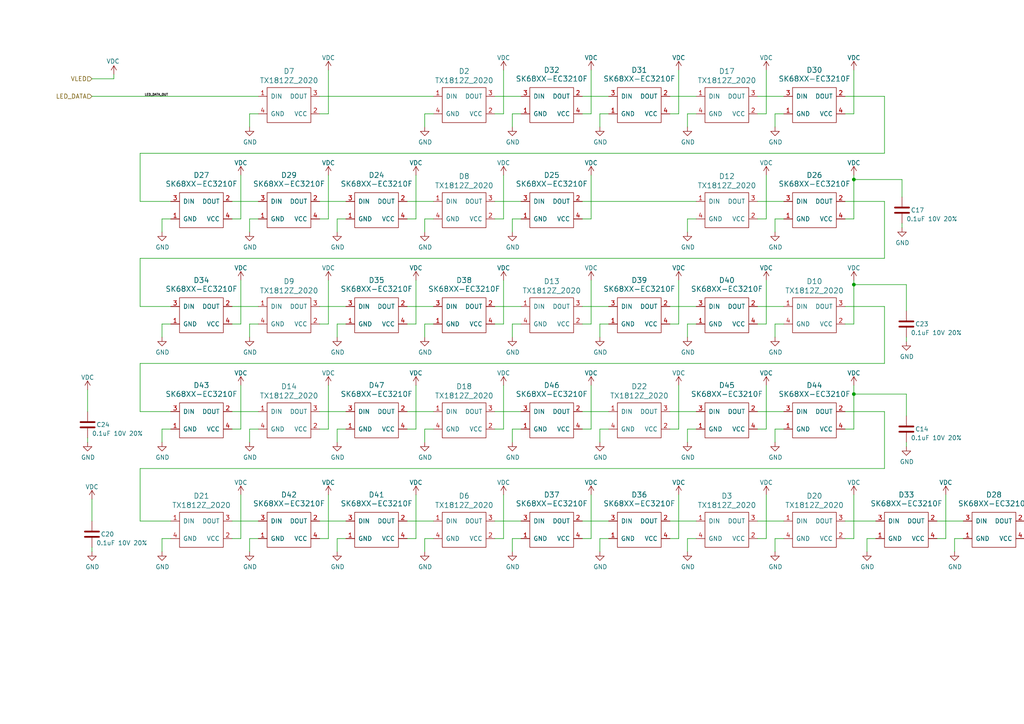
<source format=kicad_sch>
(kicad_sch (version 20231120) (generator "eeschema") (generator_version "8.0")
  (paper "A4")
  (title_block (title "Pixels D6 Schematic, Main") (date "2022-08-26") (rev "3") (company "Systemic Games, LLC") (comment 1 "LED Chain"))
  (lib_symbols
    (symbol "Device:C" (pin_numbers hide) (pin_names (offset 0.254))
      (property "Reference" "C" (at 0.635 2.54 0))
      (property "Value" "C" (at 0.635 -2.54 0))
      (symbol "C_0_1"
        (polyline (pts (xy -2.032 -0.762) (xy 2.032 -0.762)) (stroke (width 0.508)))
        (polyline (pts (xy -2.032 0.762) (xy 2.032 0.762)) (stroke (width 0.508)))
      )
      (symbol "C_1_1"
        (pin passive line (at 0 3.81 270) (length 2.794) (name "~") (number "1"))
        (pin passive line (at 0 -3.81 90) (length 2.794) (name "~") (number "2"))
      )
    )
    (symbol "Pixels-dice:SK68XX-EC3210F" (pin_names (offset 1.016))
      (property "Reference" "D" (at 0 -6.35 0))
      (property "Value" "SK68XX-EC3210F" (at 0 6.35 0))
      (symbol "SK68XX-EC3210F_0_1"
        (rectangle (start -6.35 5.08) (end 6.35 -5.08))
      )
      (symbol "SK68XX-EC3210F_1_1"
        (pin power_in line (at -8.89 -2.54 0) (length 2.54) (name "GND") (number "1"))
        (pin output line (at 8.89 2.54 180) (length 2.54) (name "DOUT") (number "2"))
        (pin input line (at -8.89 2.54 0) (length 2.54) (name "DIN") (number "3"))
        (pin power_in line (at 8.89 -2.54 180) (length 2.54) (name "VCC") (number "4"))
      )
    )
    (symbol "Pixels-dice:TX1812Z_2020" (pin_names (offset 1.016))
      (property "Reference" "D" (at 0 -6.35 0))
      (property "Value" "TX1812Z_2020" (at 0 6.35 0))
      (symbol "TX1812Z_2020_0_1"
        (rectangle (start -6.35 5.08) (end 6.35 -5.08))
      )
      (symbol "TX1812Z_2020_1_1"
        (pin input line (at -8.89 2.54 0) (length 2.54) (name "DIN") (number "1"))
        (pin power_in line (at 8.89 -2.54 180) (length 2.54) (name "VCC") (number "2"))
        (pin output line (at 8.89 2.54 180) (length 2.54) (name "DOUT") (number "3"))
        (pin power_in line (at -8.89 -2.54 0) (length 2.54) (name "GND") (number "4"))
      )
    )
    (symbol "power:GND" (power) (pin_names (offset 0))
      (property "Value" "GND" (at 0 -3.81 0))
      (symbol "GND_0_1"
        (polyline (pts (xy 0 0) (xy 0 -1.27) (xy 1.27 -1.27) (xy 0 -2.54) (xy -1.27 -1.27) (xy 0 -1.27)))
      )
      (symbol "GND_1_1"
        (pin power_in line (at 0 0 270) (length 0) hide (name "GND") (number "1"))
      )
    )
    (symbol "power:VDC" (power) (pin_names (offset 0))
      (property "Value" "VDC" (at 0 6.35 0))
      (symbol "VDC_0_1"
        (polyline (pts (xy -0.762 1.27) (xy 0 2.54)))
        (polyline (pts (xy 0 0) (xy 0 2.54)))
        (polyline (pts (xy 0 2.54) (xy 0.762 1.27)))
      )
      (symbol "VDC_1_1"
        (pin power_in line (at 0 0 90) (length 0) hide (name "VDC") (number "1"))
      )
    )
  )
  (junction (at 247.65 114.3))
  (junction (at 247.65 52.07))
  (junction (at 247.65 82.55))
  (wire (pts (xy 168.91 124.46) (xy 171.45 124.46)))
  (wire (pts (xy 40.64 74.93) (xy 40.64 88.9)))
  (wire (pts (xy 168.91 63.5) (xy 171.45 63.5)))
  (wire (pts (xy 227.33 33.02) (xy 224.79 33.02)))
  (wire (pts (xy 256.54 105.41) (xy 40.64 105.41)))
  (wire (pts (xy 67.31 63.5) (xy 69.85 63.5)))
  (wire (pts (xy 171.45 93.98) (xy 171.45 81.28)))
  (wire (pts (xy 123.19 156.21) (xy 123.19 160.02)))
  (wire (pts (xy 247.65 52.07) (xy 247.65 50.8)))
  (wire (pts (xy 201.93 33.02) (xy 199.39 33.02)))
  (wire (pts (xy 40.64 119.38) (xy 49.53 119.38)))
  (wire (pts (xy 256.54 88.9) (xy 256.54 105.41)))
  (wire (pts (xy 125.73 63.5) (xy 123.19 63.5)))
  (wire (pts (xy 173.99 33.02) (xy 173.99 36.83)))
  (wire (pts (xy 227.33 93.98) (xy 224.79 93.98)))
  (wire (pts (xy 49.53 156.21) (xy 46.99 156.21)))
  (wire (pts (xy 67.31 119.38) (xy 74.93 119.38)))
  (wire (pts (xy 299.72 156.21) (xy 299.72 143.51)))
  (wire (pts (xy 227.33 124.46) (xy 224.79 124.46)))
  (wire (pts (xy 72.39 63.5) (xy 72.39 67.31)))
  (wire (pts (xy 92.71 63.5) (xy 95.25 63.5)))
  (wire (pts (xy 245.11 93.98) (xy 247.65 93.98)))
  (wire (pts (xy 118.11 119.38) (xy 125.73 119.38)))
  (wire (pts (xy 247.65 63.5) (xy 247.65 52.07)))
  (wire (pts (xy 199.39 124.46) (xy 199.39 128.27)))
  (wire (pts (xy 74.93 63.5) (xy 72.39 63.5)))
  (wire (pts (xy 69.85 124.46) (xy 69.85 111.76)))
  (wire (pts (xy 118.11 58.42) (xy 125.73 58.42)))
  (wire (pts (xy 247.65 82.55) (xy 247.65 81.28)))
  (wire (pts (xy 254 156.21) (xy 251.46 156.21)))
  (wire (pts (xy 92.71 151.13) (xy 100.33 151.13)))
  (wire (pts (xy 118.11 63.5) (xy 120.65 63.5)))
  (wire (pts (xy 219.71 119.38) (xy 227.33 119.38)))
  (wire (pts (xy 143.51 58.42) (xy 151.13 58.42)))
  (wire (pts (xy 171.45 33.02) (xy 171.45 20.32)))
  (wire (pts (xy 118.11 124.46) (xy 120.65 124.46)))
  (wire (pts (xy 219.71 93.98) (xy 222.25 93.98)))
  (wire (pts (xy 297.18 156.21) (xy 299.72 156.21)))
  (wire (pts (xy 262.89 97.79) (xy 262.89 99.06)))
  (wire (pts (xy 224.79 156.21) (xy 224.79 160.02)))
  (wire (pts (xy 194.31 33.02) (xy 196.85 33.02)))
  (wire (pts (xy 120.65 124.46) (xy 120.65 111.76)))
  (wire (pts (xy 74.93 124.46) (xy 72.39 124.46)))
  (wire (pts (xy 196.85 33.02) (xy 196.85 20.32)))
  (wire (pts (xy 219.71 33.02) (xy 222.25 33.02)))
  (wire (pts (xy 219.71 156.21) (xy 222.25 156.21)))
  (wire (pts (xy 74.93 156.21) (xy 72.39 156.21)))
  (wire (pts (xy 146.05 63.5) (xy 146.05 50.8)))
  (wire (pts (xy 222.25 124.46) (xy 222.25 111.76)))
  (wire (pts (xy 199.39 93.98) (xy 199.39 97.79)))
  (wire (pts (xy 148.59 63.5) (xy 148.59 67.31)))
  (wire (pts (xy 40.64 44.45) (xy 40.64 58.42)))
  (wire (pts (xy 125.73 124.46) (xy 123.19 124.46)))
  (wire (pts (xy 224.79 63.5) (xy 224.79 67.31)))
  (wire (pts (xy 276.86 156.21) (xy 276.86 160.02)))
  (wire (pts (xy 261.62 57.15) (xy 261.62 52.07)))
  (wire (pts (xy 40.64 105.41) (xy 40.64 119.38)))
  (wire (pts (xy 148.59 33.02) (xy 148.59 36.83)))
  (wire (pts (xy 176.53 93.98) (xy 173.99 93.98)))
  (wire (pts (xy 143.51 27.94) (xy 151.13 27.94)))
  (wire (pts (xy 146.05 93.98) (xy 146.05 81.28)))
  (wire (pts (xy 92.71 33.02) (xy 95.25 33.02)))
  (wire (pts (xy 171.45 156.21) (xy 171.45 143.51)))
  (wire (pts (xy 196.85 93.98) (xy 196.85 81.28)))
  (wire (pts (xy 222.25 33.02) (xy 222.25 20.32)))
  (wire (pts (xy 97.79 156.21) (xy 97.79 160.02)))
  (wire (pts (xy 72.39 124.46) (xy 72.39 128.27)))
  (wire (pts (xy 143.51 93.98) (xy 146.05 93.98)))
  (wire (pts (xy 176.53 33.02) (xy 173.99 33.02)))
  (wire (pts (xy 151.13 93.98) (xy 148.59 93.98)))
  (wire (pts (xy 194.31 151.13) (xy 201.93 151.13)))
  (wire (pts (xy 67.31 88.9) (xy 74.93 88.9)))
  (wire (pts (xy 245.11 88.9) (xy 256.54 88.9)))
  (wire (pts (xy 26.67 158.75) (xy 26.67 160.02)))
  (wire (pts (xy 194.31 119.38) (xy 201.93 119.38)))
  (wire (pts (xy 194.31 124.46) (xy 196.85 124.46)))
  (wire (pts (xy 194.31 88.9) (xy 201.93 88.9)))
  (wire (pts (xy 256.54 58.42) (xy 256.54 74.93)))
  (wire (pts (xy 171.45 124.46) (xy 171.45 111.76)))
  (wire (pts (xy 49.53 124.46) (xy 46.99 124.46)))
  (wire (pts (xy 168.91 58.42) (xy 201.93 58.42)))
  (wire (pts (xy 74.93 33.02) (xy 72.39 33.02)))
  (wire (pts (xy 245.11 119.38) (xy 256.54 119.38)))
  (wire (pts (xy 40.64 135.89) (xy 40.64 151.13)))
  (wire (pts (xy 222.25 63.5) (xy 222.25 50.8)))
  (wire (pts (xy 227.33 156.21) (xy 224.79 156.21)))
  (wire (pts (xy 67.31 93.98) (xy 69.85 93.98)))
  (wire (pts (xy 100.33 124.46) (xy 97.79 124.46)))
  (wire (pts (xy 143.51 151.13) (xy 151.13 151.13)))
  (wire (pts (xy 146.05 156.21) (xy 146.05 143.51)))
  (wire (pts (xy 271.78 156.21) (xy 274.32 156.21)))
  (wire (pts (xy 199.39 63.5) (xy 199.39 67.31)))
  (wire (pts (xy 201.93 156.21) (xy 199.39 156.21)))
  (wire (pts (xy 245.11 27.94) (xy 256.54 27.94)))
  (wire (pts (xy 168.91 88.9) (xy 176.53 88.9)))
  (wire (pts (xy 256.54 27.94) (xy 256.54 44.45)))
  (wire (pts (xy 199.39 156.21) (xy 199.39 160.02)))
  (wire (pts (xy 151.13 33.02) (xy 148.59 33.02)))
  (wire (pts (xy 92.71 27.94) (xy 125.73 27.94)))
  (wire (pts (xy 247.65 114.3) (xy 262.89 114.3)))
  (wire (pts (xy 125.73 33.02) (xy 123.19 33.02)))
  (wire (pts (xy 201.93 93.98) (xy 199.39 93.98)))
  (wire (pts (xy 40.64 151.13) (xy 49.53 151.13)))
  (wire (pts (xy 46.99 124.46) (xy 46.99 128.27)))
  (wire (pts (xy 33.02 22.86) (xy 33.02 21.59)))
  (wire (pts (xy 100.33 63.5) (xy 97.79 63.5)))
  (wire (pts (xy 26.67 151.13) (xy 26.67 144.78)))
  (wire (pts (xy 40.64 88.9) (xy 49.53 88.9)))
  (wire (pts (xy 173.99 93.98) (xy 173.99 97.79)))
  (wire (pts (xy 97.79 93.98) (xy 97.79 97.79)))
  (wire (pts (xy 123.19 33.02) (xy 123.19 36.83)))
  (wire (pts (xy 100.33 93.98) (xy 97.79 93.98)))
  (wire (pts (xy 148.59 124.46) (xy 148.59 128.27)))
  (wire (pts (xy 118.11 151.13) (xy 125.73 151.13)))
  (wire (pts (xy 148.59 156.21) (xy 148.59 160.02)))
  (wire (pts (xy 297.18 151.13) (xy 303.53 151.13)))
  (wire (pts (xy 196.85 156.21) (xy 196.85 143.51)))
  (wire (pts (xy 251.46 156.21) (xy 251.46 160.02)))
  (wire (pts (xy 97.79 63.5) (xy 97.79 67.31)))
  (wire (pts (xy 247.65 124.46) (xy 247.65 114.3)))
  (wire (pts (xy 92.71 93.98) (xy 95.25 93.98)))
  (wire (pts (xy 256.54 44.45) (xy 40.64 44.45)))
  (wire (pts (xy 46.99 63.5) (xy 46.99 67.31)))
  (wire (pts (xy 95.25 33.02) (xy 95.25 20.32)))
  (wire (pts (xy 247.65 114.3) (xy 247.65 111.76)))
  (wire (pts (xy 247.65 93.98) (xy 247.65 82.55)))
  (wire (pts (xy 222.25 156.21) (xy 222.25 143.51)))
  (wire (pts (xy 219.71 58.42) (xy 227.33 58.42)))
  (wire (pts (xy 26.67 27.94) (xy 74.93 27.94)))
  (wire (pts (xy 118.11 93.98) (xy 120.65 93.98)))
  (wire (pts (xy 74.93 93.98) (xy 72.39 93.98)))
  (wire (pts (xy 92.71 88.9) (xy 100.33 88.9)))
  (wire (pts (xy 256.54 135.89) (xy 40.64 135.89)))
  (wire (pts (xy 49.53 63.5) (xy 46.99 63.5)))
  (wire (pts (xy 247.65 33.02) (xy 247.65 20.32)))
  (wire (pts (xy 222.25 93.98) (xy 222.25 81.28)))
  (wire (pts (xy 69.85 93.98) (xy 69.85 81.28)))
  (wire (pts (xy 261.62 64.77) (xy 261.62 66.04)))
  (wire (pts (xy 196.85 124.46) (xy 196.85 111.76)))
  (wire (pts (xy 199.39 33.02) (xy 199.39 36.83)))
  (wire (pts (xy 173.99 124.46) (xy 173.99 128.27)))
  (wire (pts (xy 40.64 58.42) (xy 49.53 58.42)))
  (wire (pts (xy 151.13 156.21) (xy 148.59 156.21)))
  (wire (pts (xy 123.19 124.46) (xy 123.19 128.27)))
  (wire (pts (xy 219.71 151.13) (xy 227.33 151.13)))
  (wire (pts (xy 143.51 88.9) (xy 151.13 88.9)))
  (wire (pts (xy 92.71 124.46) (xy 95.25 124.46)))
  (wire (pts (xy 168.91 119.38) (xy 176.53 119.38)))
  (wire (pts (xy 123.19 93.98) (xy 123.19 97.79)))
  (wire (pts (xy 72.39 93.98) (xy 72.39 97.79)))
  (wire (pts (xy 125.73 156.21) (xy 123.19 156.21)))
  (wire (pts (xy 69.85 156.21) (xy 69.85 143.51)))
  (wire (pts (xy 262.89 90.17) (xy 262.89 82.55)))
  (wire (pts (xy 92.71 156.21) (xy 95.25 156.21)))
  (wire (pts (xy 219.71 63.5) (xy 222.25 63.5)))
  (wire (pts (xy 279.4 156.21) (xy 276.86 156.21)))
  (wire (pts (xy 46.99 93.98) (xy 46.99 97.79)))
  (wire (pts (xy 171.45 63.5) (xy 171.45 50.8)))
  (wire (pts (xy 168.91 33.02) (xy 171.45 33.02)))
  (wire (pts (xy 120.65 156.21) (xy 120.65 143.51)))
  (wire (pts (xy 143.51 33.02) (xy 146.05 33.02)))
  (wire (pts (xy 95.25 93.98) (xy 95.25 81.28)))
  (wire (pts (xy 151.13 63.5) (xy 148.59 63.5)))
  (wire (pts (xy 120.65 93.98) (xy 120.65 81.28)))
  (wire (pts (xy 201.93 124.46) (xy 199.39 124.46)))
  (wire (pts (xy 49.53 93.98) (xy 46.99 93.98)))
  (wire (pts (xy 143.51 119.38) (xy 151.13 119.38)))
  (wire (pts (xy 148.59 93.98) (xy 148.59 97.79)))
  (wire (pts (xy 67.31 156.21) (xy 69.85 156.21)))
  (wire (pts (xy 176.53 156.21) (xy 173.99 156.21)))
  (wire (pts (xy 168.91 27.94) (xy 176.53 27.94)))
  (wire (pts (xy 72.39 156.21) (xy 72.39 160.02)))
  (wire (pts (xy 168.91 93.98) (xy 171.45 93.98)))
  (wire (pts (xy 274.32 156.21) (xy 274.32 143.51)))
  (wire (pts (xy 92.71 119.38) (xy 100.33 119.38)))
  (wire (pts (xy 224.79 124.46) (xy 224.79 128.27)))
  (wire (pts (xy 67.31 58.42) (xy 74.93 58.42)))
  (wire (pts (xy 151.13 124.46) (xy 148.59 124.46)))
  (wire (pts (xy 245.11 58.42) (xy 256.54 58.42)))
  (wire (pts (xy 46.99 156.21) (xy 46.99 160.02)))
  (wire (pts (xy 92.71 58.42) (xy 100.33 58.42)))
  (wire (pts (xy 176.53 124.46) (xy 173.99 124.46)))
  (wire (pts (xy 247.65 52.07) (xy 261.62 52.07)))
  (wire (pts (xy 95.25 156.21) (xy 95.25 143.51)))
  (wire (pts (xy 194.31 27.94) (xy 201.93 27.94)))
  (wire (pts (xy 256.54 119.38) (xy 256.54 135.89)))
  (wire (pts (xy 72.39 33.02) (xy 72.39 36.83)))
  (wire (pts (xy 219.71 27.94) (xy 227.33 27.94)))
  (wire (pts (xy 125.73 93.98) (xy 123.19 93.98)))
  (wire (pts (xy 245.11 151.13) (xy 254 151.13)))
  (wire (pts (xy 25.4 119.38) (xy 25.4 113.03)))
  (wire (pts (xy 146.05 33.02) (xy 146.05 20.32)))
  (wire (pts (xy 262.89 120.65) (xy 262.89 114.3)))
  (wire (pts (xy 262.89 82.55) (xy 247.65 82.55)))
  (wire (pts (xy 143.51 156.21) (xy 146.05 156.21)))
  (wire (pts (xy 168.91 156.21) (xy 171.45 156.21)))
  (wire (pts (xy 262.89 128.27) (xy 262.89 129.54)))
  (wire (pts (xy 173.99 156.21) (xy 173.99 160.02)))
  (wire (pts (xy 227.33 63.5) (xy 224.79 63.5)))
  (wire (pts (xy 245.11 63.5) (xy 247.65 63.5)))
  (wire (pts (xy 143.51 124.46) (xy 146.05 124.46)))
  (wire (pts (xy 26.67 22.86) (xy 33.02 22.86)))
  (wire (pts (xy 95.25 63.5) (xy 95.25 50.8)))
  (wire (pts (xy 97.79 124.46) (xy 97.79 128.27)))
  (wire (pts (xy 256.54 74.93) (xy 40.64 74.93)))
  (wire (pts (xy 245.11 124.46) (xy 247.65 124.46)))
  (wire (pts (xy 146.05 124.46) (xy 146.05 111.76)))
  (wire (pts (xy 271.78 151.13) (xy 279.4 151.13)))
  (wire (pts (xy 219.71 88.9) (xy 227.33 88.9)))
  (wire (pts (xy 123.19 63.5) (xy 123.19 67.31)))
  (wire (pts (xy 224.79 93.98) (xy 224.79 97.79)))
  (wire (pts (xy 95.25 124.46) (xy 95.25 111.76)))
  (wire (pts (xy 25.4 127) (xy 25.4 128.27)))
  (wire (pts (xy 67.31 151.13) (xy 74.93 151.13)))
  (wire (pts (xy 245.11 33.02) (xy 247.65 33.02)))
  (wire (pts (xy 219.71 124.46) (xy 222.25 124.46)))
  (wire (pts (xy 194.31 93.98) (xy 196.85 93.98)))
  (wire (pts (xy 67.31 124.46) (xy 69.85 124.46)))
  (wire (pts (xy 194.31 156.21) (xy 196.85 156.21)))
  (wire (pts (xy 168.91 151.13) (xy 176.53 151.13)))
  (wire (pts (xy 224.79 33.02) (xy 224.79 36.83)))
  (wire (pts (xy 245.11 156.21) (xy 247.65 156.21)))
  (wire (pts (xy 118.11 156.21) (xy 120.65 156.21)))
  (wire (pts (xy 143.51 63.5) (xy 146.05 63.5)))
  (wire (pts (xy 201.93 63.5) (xy 199.39 63.5)))
  (wire (pts (xy 247.65 156.21) (xy 247.65 143.51)))
  (wire (pts (xy 118.11 88.9) (xy 125.73 88.9)))
  (wire (pts (xy 100.33 156.21) (xy 97.79 156.21)))
  (wire (pts (xy 69.85 63.5) (xy 69.85 50.8)))
  (wire (pts (xy 120.65 63.5) (xy 120.65 50.8)))
  (label "LED_DATA_OUT" (at 41.91 27.94 0) (effects (font (size 0.635 0.635))))
  (hierarchical_label "LED_RETURN_6" (shape output) (at 303.53 151.13 0))
  (hierarchical_label "LED_DATA" (shape input) (at 26.67 27.94 180))
  (hierarchical_label "VLED" (shape input) (at 26.67 22.86 180))
  (symbol (lib_id "power:VDC") (at 33.02 21.59 0) (unit 1)
    (property "Reference" "#PWR0102" (effects (hide yes)))
    (property "Value" "VDC" (at 32.766 17.78 0))
  )
  (symbol (lib_id "power:VDC") (at 274.32 143.51 0) (unit 1)
    (property "Reference" "#PWR0103" (effects (hide yes)))
    (property "Value" "VDC" (at 274.32 139.954 0))
  )
  (symbol (lib_id "power:GND") (at 72.39 36.83 0) (unit 1)
    (property "Reference" "#PWR0106" (effects (hide yes)))
    (property "Value" "GND" (at 72.517 41.2242 0))
  )
  (symbol (lib_id "Device:C") (at 262.89 93.98 0) (unit 1)
    (property "Reference" "C23" (at 265.43 93.98 0) (effects (justify left)))
    (property "Value" "0.1uF 10V 20%" (at 264.16 96.52 0) (effects (justify left)))
    (property "Footprint" "Capacitor_SMD:C_0402_1005Metric" (effects (hide yes)))
    (property "Generic OK" "YES" (effects (hide yes)))
    (property "Pixels Part Number" "SMD-C005" (effects (hide yes)))
    (property "Manufacturer" "Murata" (effects (hide yes)))
    (property "Manufacturer Part Number" "GRM155R61H104KE19D" (effects (hide yes)))
  )
  (symbol (lib_id "power:GND") (at 262.89 99.06 0) (unit 1)
    (property "Reference" "#PWR0140" (effects (hide yes)))
    (property "Value" "GND" (at 263.017 103.4542 0))
  )
  (symbol (lib_id "Pixels-dice:TX1812Z_2020") (at 134.62 30.48 0) (unit 1)
    (property "Reference" "D2" (at 134.62 20.6502 0) (effects (font (size 1.524 1.524))))
    (property "Value" "TX1812Z_2020" (at 134.62 23.3426 0) (effects (font (size 1.524 1.524))))
    (property "Footprint" "Pixels-dice:TX1812Z_2020" (effects (hide yes)))
    (property "Manufacturer" "TCWIN" (effects (hide yes)))
    (property "Manufacturer Part Number" "TX1812Z 2020" (effects (hide yes)))
    (property "Pixels Part Number" "SMD-D002-ALT2" (effects (hide yes)))
    (property "Generic OK" "NO" (effects (hide yes)))
  )
  (symbol (lib_id "Pixels-dice:TX1812Z_2020") (at 210.82 153.67 0) (unit 1)
    (property "Reference" "D3" (at 210.82 143.8402 0) (effects (font (size 1.524 1.524))))
    (property "Value" "TX1812Z_2020" (at 210.82 146.5326 0) (effects (font (size 1.524 1.524))))
    (property "Footprint" "Pixels-dice:TX1812Z_2020" (effects (hide yes)))
    (property "Manufacturer" "TCWIN" (effects (hide yes)))
    (property "Manufacturer Part Number" "TX1812Z 2020" (effects (hide yes)))
    (property "Pixels Part Number" "SMD-D002-ALT2" (effects (hide yes)))
    (property "Generic OK" "NO" (effects (hide yes)))
  )
  (symbol (lib_id "Pixels-dice:TX1812Z_2020") (at 134.62 153.67 0) (unit 1)
    (property "Reference" "D6" (at 134.62 143.8402 0) (effects (font (size 1.524 1.524))))
    (property "Value" "TX1812Z_2020" (at 134.62 146.5326 0) (effects (font (size 1.524 1.524))))
    (property "Footprint" "Pixels-dice:TX1812Z_2020" (effects (hide yes)))
    (property "Manufacturer" "TCWIN" (effects (hide yes)))
    (property "Manufacturer Part Number" "TX1812Z 2020" (effects (hide yes)))
    (property "Pixels Part Number" "SMD-D002-ALT2" (effects (hide yes)))
    (property "Generic OK" "NO" (effects (hide yes)))
  )
  (symbol (lib_id "Pixels-dice:TX1812Z_2020") (at 83.82 30.48 0) (unit 1)
    (property "Reference" "D7" (at 83.82 20.6502 0) (effects (font (size 1.524 1.524))))
    (property "Value" "TX1812Z_2020" (at 83.82 23.3426 0) (effects (font (size 1.524 1.524))))
    (property "Footprint" "Pixels-dice:TX1812Z_2020" (effects (hide yes)))
    (property "Manufacturer" "TCWIN" (effects (hide yes)))
    (property "Manufacturer Part Number" "TX1812Z 2020" (effects (hide yes)))
    (property "Pixels Part Number" "SMD-D002-ALT2" (effects (hide yes)))
    (property "Generic OK" "NO" (effects (hide yes)))
  )
  (symbol (lib_id "Pixels-dice:SK68XX-EC3210F") (at 58.42 121.92 0) (unit 1)
    (property "Reference" "D43" (at 58.42 111.76 0) (effects (font (size 1.524 1.524))))
    (property "Value" "SK68XX-EC3210F" (at 58.42 114.3 0) (effects (font (size 1.524 1.524))))
    (property "Footprint" "Pixels-dice:SK68XX-EC3210F" (effects (hide yes)))
    (property "Manufacturer" "OPSCO" (effects (hide yes)))
    (property "Manufacturer Part Number" "SK68XX-EC3210F" (effects (hide yes)))
  )
  (symbol (lib_id "power:VDC") (at 222.25 20.32 0) (unit 1)
    (property "Reference" "#PWR044" (effects (hide yes)))
    (property "Value" "VDC" (at 222.25 16.764 0))
  )
  (symbol (lib_id "power:VDC") (at 222.25 81.28 0) (unit 1)
    (property "Reference" "#PWR083" (effects (hide yes)))
    (property "Value" "VDC" (at 222.25 77.724 0))
  )
  (symbol (lib_id "power:GND") (at 224.79 36.83 0) (unit 1)
    (property "Reference" "#PWR049" (effects (hide yes)))
    (property "Value" "GND" (at 224.917 41.2242 0))
  )
  (symbol (lib_id "power:VDC") (at 26.67 144.78 0) (unit 1)
    (property "Reference" "#PWR0114" (effects (hide yes)))
    (property "Value" "VDC" (at 26.67 141.224 0))
  )
  (symbol (lib_id "Pixels-dice:SK68XX-EC3210F") (at 160.02 121.92 0) (unit 1)
    (property "Reference" "D46" (at 160.02 111.76 0) (effects (font (size 1.524 1.524))))
    (property "Value" "SK68XX-EC3210F" (at 160.02 114.3 0) (effects (font (size 1.524 1.524))))
    (property "Footprint" "Pixels-dice:SK68XX-EC3210F" (effects (hide yes)))
    (property "Manufacturer" "OPSCO" (effects (hide yes)))
    (property "Manufacturer Part Number" "SK68XX-EC3210F" (effects (hide yes)))
  )
  (symbol (lib_id "Pixels-dice:SK68XX-EC3210F") (at 236.22 121.92 0) (unit 1)
    (property "Reference" "D44" (at 236.22 111.76 0) (effects (font (size 1.524 1.524))))
    (property "Value" "SK68XX-EC3210F" (at 236.22 114.3 0) (effects (font (size 1.524 1.524))))
    (property "Footprint" "Pixels-dice:SK68XX-EC3210F" (effects (hide yes)))
    (property "Manufacturer" "OPSCO" (effects (hide yes)))
    (property "Manufacturer Part Number" "SK68XX-EC3210F" (effects (hide yes)))
  )
  (symbol (lib_id "power:VDC") (at 146.05 50.8 0) (unit 1)
    (property "Reference" "#PWR063" (effects (hide yes)))
    (property "Value" "VDC" (at 146.05 47.244 0))
  )
  (symbol (lib_id "Pixels-dice:TX1812Z_2020") (at 134.62 60.96 0) (unit 1)
    (property "Reference" "D8" (at 134.62 51.1302 0) (effects (font (size 1.524 1.524))))
    (property "Value" "TX1812Z_2020" (at 134.62 53.8226 0) (effects (font (size 1.524 1.524))))
    (property "Footprint" "Pixels-dice:TX1812Z_2020" (effects (hide yes)))
    (property "Manufacturer" "TCWIN" (effects (hide yes)))
    (property "Manufacturer Part Number" "TX1812Z 2020" (effects (hide yes)))
    (property "Pixels Part Number" "SMD-D002-ALT2" (effects (hide yes)))
    (property "Generic OK" "NO" (effects (hide yes)))
  )
  (symbol (lib_id "Pixels-dice:TX1812Z_2020") (at 58.42 153.67 0) (unit 1)
    (property "Reference" "D21" (at 58.42 143.8402 0) (effects (font (size 1.524 1.524))))
    (property "Value" "TX1812Z_2020" (at 58.42 146.5326 0) (effects (font (size 1.524 1.524))))
    (property "Footprint" "Pixels-dice:TX1812Z_2020" (effects (hide yes)))
    (property "Manufacturer" "TCWIN" (effects (hide yes)))
    (property "Manufacturer Part Number" "TX1812Z 2020" (effects (hide yes)))
    (property "Pixels Part Number" "SMD-D002-ALT2" (effects (hide yes)))
    (property "Generic OK" "NO" (effects (hide yes)))
  )
  (symbol (lib_id "power:VDC") (at 171.45 81.28 0) (unit 1)
    (property "Reference" "#PWR079" (effects (hide yes)))
    (property "Value" "VDC" (at 171.45 77.724 0))
  )
  (symbol (lib_id "power:VDC") (at 95.25 50.8 0) (unit 1)
    (property "Reference" "#PWR019" (effects (hide yes)))
    (property "Value" "VDC" (at 95.25 47.244 0))
  )
  (symbol (lib_id "power:GND") (at 148.59 97.79 0) (unit 1)
    (property "Reference" "#PWR078" (effects (hide yes)))
    (property "Value" "GND" (at 148.717 102.1842 0))
  )
  (symbol (lib_id "Device:C") (at 26.67 154.94 0) (unit 1)
    (property "Reference" "C20" (at 29.21 154.94 0) (effects (justify left)))
    (property "Value" "0.1uF 10V 20%" (at 27.94 157.48 0) (effects (justify left)))
    (property "Footprint" "Capacitor_SMD:C_0402_1005Metric" (effects (hide yes)))
    (property "Generic OK" "YES" (effects (hide yes)))
    (property "Pixels Part Number" "SMD-C005" (effects (hide yes)))
    (property "Manufacturer" "Murata" (effects (hide yes)))
    (property "Manufacturer Part Number" "GRM155R61H104KE19D" (effects (hide yes)))
  )
  (symbol (lib_id "power:GND") (at 46.99 128.27 0) (unit 1)
    (property "Reference" "#PWR0136" (effects (hide yes)))
    (property "Value" "GND" (at 47.117 132.6642 0))
  )
  (symbol (lib_id "power:VDC") (at 95.25 111.76 0) (unit 1)
    (property "Reference" "#PWR087" (effects (hide yes)))
    (property "Value" "VDC" (at 95.25 108.204 0))
  )
  (symbol (lib_id "power:GND") (at 224.79 128.27 0) (unit 1)
    (property "Reference" "#PWR098" (effects (hide yes)))
    (property "Value" "GND" (at 224.917 132.6642 0))
  )
  (symbol (lib_id "power:GND") (at 199.39 160.02 0) (unit 1)
    (property "Reference" "#PWR0132" (effects (hide yes)))
    (property "Value" "GND" (at 199.517 164.4142 0))
  )
  (symbol (lib_id "power:VDC") (at 120.65 81.28 0) (unit 1)
    (property "Reference" "#PWR075" (effects (hide yes)))
    (property "Value" "VDC" (at 120.65 77.724 0))
  )
  (symbol (lib_id "power:VDC") (at 95.25 81.28 0) (unit 1)
    (property "Reference" "#PWR073" (effects (hide yes)))
    (property "Value" "VDC" (at 95.25 77.724 0))
  )
  (symbol (lib_id "power:GND") (at 148.59 160.02 0) (unit 1)
    (property "Reference" "#PWR0128" (effects (hide yes)))
    (property "Value" "GND" (at 148.717 164.4142 0))
  )
  (symbol (lib_id "Pixels-dice:TX1812Z_2020") (at 236.22 91.44 0) (unit 1)
    (property "Reference" "D10" (at 236.22 81.6102 0) (effects (font (size 1.524 1.524))))
    (property "Value" "TX1812Z_2020" (at 236.22 84.3026 0) (effects (font (size 1.524 1.524))))
    (property "Footprint" "Pixels-dice:TX1812Z_2020" (effects (hide yes)))
    (property "Manufacturer" "TCWIN" (effects (hide yes)))
    (property "Manufacturer Part Number" "TX1812Z 2020" (effects (hide yes)))
    (property "Pixels Part Number" "SMD-D002-ALT2" (effects (hide yes)))
    (property "Generic OK" "NO" (effects (hide yes)))
  )
  (symbol (lib_id "power:VDC") (at 247.65 81.28 0) (unit 1)
    (property "Reference" "#PWR0144" (effects (hide yes)))
    (property "Value" "VDC" (at 247.65 77.724 0))
  )
  (symbol (lib_id "power:GND") (at 97.79 97.79 0) (unit 1)
    (property "Reference" "#PWR074" (effects (hide yes)))
    (property "Value" "GND" (at 97.917 102.1842 0))
  )
  (symbol (lib_id "power:VDC") (at 69.85 143.51 0) (unit 1)
    (property "Reference" "#PWR099" (effects (hide yes)))
    (property "Value" "VDC" (at 69.85 139.954 0))
  )
  (symbol (lib_id "power:VDC") (at 95.25 20.32 0) (unit 1)
    (property "Reference" "#PWR017" (effects (hide yes)))
    (property "Value" "VDC" (at 95.25 16.764 0))
  )
  (symbol (lib_id "power:GND") (at 46.99 67.31 0) (unit 1)
    (property "Reference" "#PWR0138" (effects (hide yes)))
    (property "Value" "GND" (at 47.117 71.7042 0))
  )
  (symbol (lib_id "Pixels-dice:SK68XX-EC3210F") (at 210.82 91.44 0) (unit 1)
    (property "Reference" "D40" (at 210.82 81.28 0) (effects (font (size 1.524 1.524))))
    (property "Value" "SK68XX-EC3210F" (at 210.82 83.82 0) (effects (font (size 1.524 1.524))))
    (property "Footprint" "Pixels-dice:SK68XX-EC3210F" (effects (hide yes)))
    (property "Manufacturer" "OPSCO" (effects (hide yes)))
    (property "Manufacturer Part Number" "SK68XX-EC3210F" (effects (hide yes)))
  )
  (symbol (lib_id "power:VDC") (at 171.45 111.76 0) (unit 1)
    (property "Reference" "#PWR093" (effects (hide yes)))
    (property "Value" "VDC" (at 171.45 108.204 0))
  )
  (symbol (lib_id "power:VDC") (at 196.85 143.51 0) (unit 1)
    (property "Reference" "#PWR0131" (effects (hide yes)))
    (property "Value" "VDC" (at 196.85 139.954 0))
  )
  (symbol (lib_id "power:VDC") (at 95.25 143.51 0) (unit 1)
    (property "Reference" "#PWR0113" (effects (hide yes)))
    (property "Value" "VDC" (at 95.25 139.954 0))
  )
  (symbol (lib_id "Pixels-dice:SK68XX-EC3210F") (at 236.22 60.96 0) (unit 1)
    (property "Reference" "D26" (at 236.22 50.8 0) (effects (font (size 1.524 1.524))))
    (property "Value" "SK68XX-EC3210F" (at 236.22 53.34 0) (effects (font (size 1.524 1.524))))
    (property "Footprint" "Pixels-dice:SK68XX-EC3210F" (effects (hide yes)))
    (property "Manufacturer" "OPSCO" (effects (hide yes)))
    (property "Manufacturer Part Number" "SK68XX-EC3210F" (effects (hide yes)))
  )
  (symbol (lib_id "power:GND") (at 173.99 128.27 0) (unit 1)
    (property "Reference" "#PWR094" (effects (hide yes)))
    (property "Value" "GND" (at 174.117 132.6642 0))
  )
  (symbol (lib_id "Pixels-dice:SK68XX-EC3210F") (at 262.89 153.67 0) (unit 1)
    (property "Reference" "D33" (at 262.89 143.51 0) (effects (font (size 1.524 1.524))))
    (property "Value" "SK68XX-EC3210F" (at 262.89 146.05 0) (effects (font (size 1.524 1.524))))
    (property "Footprint" "Pixels-dice:SK68XX-EC3210F" (effects (hide yes)))
    (property "Manufacturer" "OPSCO" (effects (hide yes)))
    (property "Manufacturer Part Number" "SK68XX-EC3210F" (effects (hide yes)))
  )
  (symbol (lib_id "Pixels-dice:SK68XX-EC3210F") (at 83.82 60.96 0) (unit 1)
    (property "Reference" "D29" (at 83.82 50.8 0) (effects (font (size 1.524 1.524))))
    (property "Value" "SK68XX-EC3210F" (at 83.82 53.34 0) (effects (font (size 1.524 1.524))))
    (property "Footprint" "Pixels-dice:SK68XX-EC3210F" (effects (hide yes)))
    (property "Manufacturer" "OPSCO" (effects (hide yes)))
    (property "Manufacturer Part Number" "SK68XX-EC3210F" (effects (hide yes)))
  )
  (symbol (lib_id "power:GND") (at 199.39 67.31 0) (unit 1)
    (property "Reference" "#PWR068" (effects (hide yes)))
    (property "Value" "GND" (at 199.517 71.7042 0))
  )
  (symbol (lib_id "power:VDC") (at 196.85 20.32 0) (unit 1)
    (property "Reference" "#PWR042" (effects (hide yes)))
    (property "Value" "VDC" (at 196.85 16.764 0))
  )
  (symbol (lib_id "power:GND") (at 173.99 160.02 0) (unit 1)
    (property "Reference" "#PWR0130" (effects (hide yes)))
    (property "Value" "GND" (at 174.117 164.4142 0))
  )
  (symbol (lib_id "power:VDC") (at 171.45 20.32 0) (unit 1)
    (property "Reference" "#PWR031" (effects (hide yes)))
    (property "Value" "VDC" (at 171.45 16.764 0))
  )
  (symbol (lib_id "power:VDC") (at 69.85 50.8 0) (unit 1)
    (property "Reference" "#PWR053" (effects (hide yes)))
    (property "Value" "VDC" (at 69.85 47.244 0))
  )
  (symbol (lib_id "power:GND") (at 72.39 97.79 0) (unit 1)
    (property "Reference" "#PWR072" (effects (hide yes)))
    (property "Value" "GND" (at 72.517 102.1842 0))
  )
  (symbol (lib_id "Pixels-dice:SK68XX-EC3210F") (at 58.42 60.96 0) (unit 1)
    (property "Reference" "D27" (at 58.42 50.8 0) (effects (font (size 1.524 1.524))))
    (property "Value" "SK68XX-EC3210F" (at 58.42 53.34 0) (effects (font (size 1.524 1.524))))
    (property "Footprint" "Pixels-dice:SK68XX-EC3210F" (effects (hide yes)))
    (property "Manufacturer" "OPSCO" (effects (hide yes)))
    (property "Manufacturer Part Number" "SK68XX-EC3210F" (effects (hide yes)))
  )
  (symbol (lib_id "Pixels-dice:TX1812Z_2020") (at 160.02 91.44 0) (unit 1)
    (property "Reference" "D13" (at 160.02 81.6102 0) (effects (font (size 1.524 1.524))))
    (property "Value" "TX1812Z_2020" (at 160.02 84.3026 0) (effects (font (size 1.524 1.524))))
    (property "Footprint" "Pixels-dice:TX1812Z_2020" (effects (hide yes)))
    (property "Manufacturer" "TCWIN" (effects (hide yes)))
    (property "Manufacturer Part Number" "TX1812Z 2020" (effects (hide yes)))
    (property "Pixels Part Number" "SMD-D002-ALT2" (effects (hide yes)))
    (property "Generic OK" "NO" (effects (hide yes)))
  )
  (symbol (lib_id "power:GND") (at 173.99 97.79 0) (unit 1)
    (property "Reference" "#PWR080" (effects (hide yes)))
    (property "Value" "GND" (at 174.117 102.1842 0))
  )
  (symbol (lib_id "Pixels-dice:SK68XX-EC3210F") (at 160.02 60.96 0) (unit 1)
    (property "Reference" "D25" (at 160.02 50.8 0) (effects (font (size 1.524 1.524))))
    (property "Value" "SK68XX-EC3210F" (at 160.02 53.34 0) (effects (font (size 1.524 1.524))))
    (property "Footprint" "Pixels-dice:SK68XX-EC3210F" (effects (hide yes)))
    (property "Manufacturer" "OPSCO" (effects (hide yes)))
    (property "Manufacturer Part Number" "SK68XX-EC3210F" (effects (hide yes)))
  )
  (symbol (lib_id "Pixels-dice:TX1812Z_2020") (at 210.82 30.48 0) (unit 1)
    (property "Reference" "D17" (at 210.82 20.6502 0) (effects (font (size 1.524 1.524))))
    (property "Value" "TX1812Z_2020" (at 210.82 23.3426 0) (effects (font (size 1.524 1.524))))
    (property "Footprint" "Pixels-dice:TX1812Z_2020" (effects (hide yes)))
    (property "Manufacturer" "TCWIN" (effects (hide yes)))
    (property "Manufacturer Part Number" "TX1812Z 2020" (effects (hide yes)))
    (property "Pixels Part Number" "SMD-D002-ALT2" (effects (hide yes)))
    (property "Generic OK" "NO" (effects (hide yes)))
  )
  (symbol (lib_id "power:VDC") (at 146.05 81.28 0) (unit 1)
    (property "Reference" "#PWR077" (effects (hide yes)))
    (property "Value" "VDC" (at 146.05 77.724 0))
  )
  (symbol (lib_id "Pixels-dice:SK68XX-EC3210F") (at 83.82 153.67 0) (unit 1)
    (property "Reference" "D42" (at 83.82 143.51 0) (effects (font (size 1.524 1.524))))
    (property "Value" "SK68XX-EC3210F" (at 83.82 146.05 0) (effects (font (size 1.524 1.524))))
    (property "Footprint" "Pixels-dice:SK68XX-EC3210F" (effects (hide yes)))
    (property "Manufacturer" "OPSCO" (effects (hide yes)))
    (property "Manufacturer Part Number" "SK68XX-EC3210F" (effects (hide yes)))
  )
  (symbol (lib_id "power:VDC") (at 299.72 143.51 0) (unit 1)
    (property "Reference" "#PWR055" (effects (hide yes)))
    (property "Value" "VDC" (at 299.72 139.954 0))
  )
  (symbol (lib_id "power:GND") (at 148.59 67.31 0) (unit 1)
    (property "Reference" "#PWR064" (effects (hide yes)))
    (property "Value" "GND" (at 148.717 71.7042 0))
  )
  (symbol (lib_id "Pixels-dice:TX1812Z_2020") (at 83.82 121.92 0) (unit 1)
    (property "Reference" "D14" (at 83.82 112.0902 0) (effects (font (size 1.524 1.524))))
    (property "Value" "TX1812Z_2020" (at 83.82 114.7826 0) (effects (font (size 1.524 1.524))))
    (property "Footprint" "Pixels-dice:TX1812Z_2020" (effects (hide yes)))
    (property "Manufacturer" "TCWIN" (effects (hide yes)))
    (property "Manufacturer Part Number" "TX1812Z 2020" (effects (hide yes)))
    (property "Pixels Part Number" "SMD-D002-ALT2" (effects (hide yes)))
    (property "Generic OK" "NO" (effects (hide yes)))
  )
  (symbol (lib_id "power:GND") (at 173.99 36.83 0) (unit 1)
    (property "Reference" "#PWR035" (effects (hide yes)))
    (property "Value" "GND" (at 174.117 41.2242 0))
  )
  (symbol (lib_id "Pixels-dice:SK68XX-EC3210F") (at 185.42 30.48 0) (unit 1)
    (property "Reference" "D31" (at 185.42 20.32 0) (effects (font (size 1.524 1.524))))
    (property "Value" "SK68XX-EC3210F" (at 185.42 22.86 0) (effects (font (size 1.524 1.524))))
    (property "Footprint" "Pixels-dice:SK68XX-EC3210F" (effects (hide yes)))
    (property "Manufacturer" "OPSCO" (effects (hide yes)))
    (property "Manufacturer Part Number" "SK68XX-EC3210F" (effects (hide yes)))
  )
  (symbol (lib_id "power:GND") (at 261.62 66.04 0) (unit 1)
    (property "Reference" "#PWR0108" (effects (hide yes)))
    (property "Value" "GND" (at 261.747 70.4342 0))
  )
  (symbol (lib_id "Pixels-dice:TX1812Z_2020") (at 210.82 60.96 0) (unit 1)
    (property "Reference" "D12" (at 210.82 51.1302 0) (effects (font (size 1.524 1.524))))
    (property "Value" "TX1812Z_2020" (at 210.82 53.8226 0) (effects (font (size 1.524 1.524))))
    (property "Footprint" "Pixels-dice:TX1812Z_2020" (effects (hide yes)))
    (property "Manufacturer" "TCWIN" (effects (hide yes)))
    (property "Manufacturer Part Number" "TX1812Z 2020" (effects (hide yes)))
    (property "Pixels Part Number" "SMD-D002-ALT2" (effects (hide yes)))
    (property "Generic OK" "NO" (effects (hide yes)))
  )
  (symbol (lib_id "power:VDC") (at 196.85 81.28 0) (unit 1)
    (property "Reference" "#PWR081" (effects (hide yes)))
    (property "Value" "VDC" (at 196.85 77.724 0))
  )
  (symbol (lib_id "power:GND") (at 224.79 97.79 0) (unit 1)
    (property "Reference" "#PWR084" (effects (hide yes)))
    (property "Value" "GND" (at 224.917 102.1842 0))
  )
  (symbol (lib_id "Pixels-dice:SK68XX-EC3210F") (at 109.22 153.67 0) (unit 1)
    (property "Reference" "D41" (at 109.22 143.51 0) (effects (font (size 1.524 1.524))))
    (property "Value" "SK68XX-EC3210F" (at 109.22 146.05 0) (effects (font (size 1.524 1.524))))
    (property "Footprint" "Pixels-dice:SK68XX-EC3210F" (effects (hide yes)))
    (property "Manufacturer" "OPSCO" (effects (hide yes)))
    (property "Manufacturer Part Number" "SK68XX-EC3210F" (effects (hide yes)))
  )
  (symbol (lib_id "Pixels-dice:SK68XX-EC3210F") (at 236.22 30.48 0) (unit 1)
    (property "Reference" "D30" (at 236.22 20.32 0) (effects (font (size 1.524 1.524))))
    (property "Value" "SK68XX-EC3210F" (at 236.22 22.86 0) (effects (font (size 1.524 1.524))))
    (property "Footprint" "Pixels-dice:SK68XX-EC3210F" (effects (hide yes)))
    (property "Manufacturer" "OPSCO" (effects (hide yes)))
    (property "Manufacturer Part Number" "SK68XX-EC3210F" (effects (hide yes)))
  )
  (symbol (lib_id "Pixels-dice:SK68XX-EC3210F") (at 58.42 91.44 0) (unit 1)
    (property "Reference" "D34" (at 58.42 81.28 0) (effects (font (size 1.524 1.524))))
    (property "Value" "SK68XX-EC3210F" (at 58.42 83.82 0) (effects (font (size 1.524 1.524))))
    (property "Footprint" "Pixels-dice:SK68XX-EC3210F" (effects (hide yes)))
    (property "Manufacturer" "OPSCO" (effects (hide yes)))
    (property "Manufacturer Part Number" "SK68XX-EC3210F" (effects (hide yes)))
  )
  (symbol (lib_id "power:GND") (at 123.19 97.79 0) (unit 1)
    (property "Reference" "#PWR076" (effects (hide yes)))
    (property "Value" "GND" (at 123.317 102.1842 0))
  )
  (symbol (lib_id "Pixels-dice:SK68XX-EC3210F") (at 109.22 60.96 0) (unit 1)
    (property "Reference" "D24" (at 109.22 50.8 0) (effects (font (size 1.524 1.524))))
    (property "Value" "SK68XX-EC3210F" (at 109.22 53.34 0) (effects (font (size 1.524 1.524))))
    (property "Footprint" "Pixels-dice:SK68XX-EC3210F" (effects (hide yes)))
    (property "Manufacturer" "OPSCO" (effects (hide yes)))
    (property "Manufacturer Part Number" "SK68XX-EC3210F" (effects (hide yes)))
  )
  (symbol (lib_id "Pixels-dice:SK68XX-EC3210F") (at 185.42 153.67 0) (unit 1)
    (property "Reference" "D36" (at 185.42 143.51 0) (effects (font (size 1.524 1.524))))
    (property "Value" "SK68XX-EC3210F" (at 185.42 146.05 0) (effects (font (size 1.524 1.524))))
    (property "Footprint" "Pixels-dice:SK68XX-EC3210F" (effects (hide yes)))
    (property "Manufacturer" "OPSCO" (effects (hide yes)))
    (property "Manufacturer Part Number" "SK68XX-EC3210F" (effects (hide yes)))
  )
  (symbol (lib_id "power:GND") (at 123.19 67.31 0) (unit 1)
    (property "Reference" "#PWR062" (effects (hide yes)))
    (property "Value" "GND" (at 123.317 71.7042 0))
  )
  (symbol (lib_id "power:GND") (at 199.39 97.79 0) (unit 1)
    (property "Reference" "#PWR082" (effects (hide yes)))
    (property "Value" "GND" (at 199.517 102.1842 0))
  )
  (symbol (lib_id "Pixels-dice:TX1812Z_2020") (at 134.62 121.92 0) (unit 1)
    (property "Reference" "D18" (at 134.62 112.0902 0) (effects (font (size 1.524 1.524))))
    (property "Value" "TX1812Z_2020" (at 134.62 114.7826 0) (effects (font (size 1.524 1.524))))
    (property "Footprint" "Pixels-dice:TX1812Z_2020" (effects (hide yes)))
    (property "Manufacturer" "TCWIN" (effects (hide yes)))
    (property "Manufacturer Part Number" "TX1812Z 2020" (effects (hide yes)))
    (property "Pixels Part Number" "SMD-D002-ALT2" (effects (hide yes)))
    (property "Generic OK" "NO" (effects (hide yes)))
  )
  (symbol (lib_id "power:VDC") (at 171.45 143.51 0) (unit 1)
    (property "Reference" "#PWR0129" (effects (hide yes)))
    (property "Value" "VDC" (at 171.45 139.954 0))
  )
  (symbol (lib_id "power:VDC") (at 222.25 143.51 0) (unit 1)
    (property "Reference" "#PWR0133" (effects (hide yes)))
    (property "Value" "VDC" (at 222.25 139.954 0))
  )
  (symbol (lib_id "power:GND") (at 148.59 128.27 0) (unit 1)
    (property "Reference" "#PWR092" (effects (hide yes)))
    (property "Value" "GND" (at 148.717 132.6642 0))
  )
  (symbol (lib_id "Pixels-dice:SK68XX-EC3210F") (at 160.02 30.48 0) (unit 1)
    (property "Reference" "D32" (at 160.02 20.32 0) (effects (font (size 1.524 1.524))))
    (property "Value" "SK68XX-EC3210F" (at 160.02 22.86 0) (effects (font (size 1.524 1.524))))
    (property "Footprint" "Pixels-dice:SK68XX-EC3210F" (effects (hide yes)))
    (property "Manufacturer" "OPSCO" (effects (hide yes)))
    (property "Manufacturer Part Number" "SK68XX-EC3210F" (effects (hide yes)))
  )
  (symbol (lib_id "power:VDC") (at 247.65 111.76 0) (unit 1)
    (property "Reference" "#PWR0145" (effects (hide yes)))
    (property "Value" "VDC" (at 247.65 108.204 0))
  )
  (symbol (lib_id "power:VDC") (at 146.05 143.51 0) (unit 1)
    (property "Reference" "#PWR0127" (effects (hide yes)))
    (property "Value" "VDC" (at 146.05 139.954 0))
  )
  (symbol (lib_id "power:GND") (at 224.79 160.02 0) (unit 1)
    (property "Reference" "#PWR0134" (effects (hide yes)))
    (property "Value" "GND" (at 224.917 164.4142 0))
  )
  (symbol (lib_id "power:GND") (at 25.4 128.27 0) (unit 1)
    (property "Reference" "#PWR0110" (effects (hide yes)))
    (property "Value" "GND" (at 25.527 132.6642 0))
  )
  (symbol (lib_id "power:GND") (at 251.46 160.02 0) (unit 1)
    (property "Reference" "#PWR012" (effects (hide yes)))
    (property "Value" "GND" (at 251.587 164.4142 0))
  )
  (symbol (lib_id "power:GND") (at 148.59 36.83 0) (unit 1)
    (property "Reference" "#PWR030" (effects (hide yes)))
    (property "Value" "GND" (at 148.717 41.2242 0))
  )
  (symbol (lib_id "power:GND") (at 72.39 160.02 0) (unit 1)
    (property "Reference" "#PWR0100" (effects (hide yes)))
    (property "Value" "GND" (at 72.517 164.4142 0))
  )
  (symbol (lib_id "power:VDC") (at 120.65 50.8 0) (unit 1)
    (property "Reference" "#PWR061" (effects (hide yes)))
    (property "Value" "VDC" (at 120.65 47.244 0))
  )
  (symbol (lib_id "power:VDC") (at 25.4 113.03 0) (unit 1)
    (property "Reference" "#PWR0111" (effects (hide yes)))
    (property "Value" "VDC" (at 25.4 109.474 0))
  )
  (symbol (lib_id "Pixels-dice:SK68XX-EC3210F") (at 185.42 91.44 0) (unit 1)
    (property "Reference" "D39" (at 185.42 81.28 0) (effects (font (size 1.524 1.524))))
    (property "Value" "SK68XX-EC3210F" (at 185.42 83.82 0) (effects (font (size 1.524 1.524))))
    (property "Footprint" "Pixels-dice:SK68XX-EC3210F" (effects (hide yes)))
    (property "Manufacturer" "OPSCO" (effects (hide yes)))
    (property "Manufacturer Part Number" "SK68XX-EC3210F" (effects (hide yes)))
  )
  (symbol (lib_id "Pixels-dice:TX1812Z_2020") (at 83.82 91.44 0) (unit 1)
    (property "Reference" "D9" (at 83.82 81.6102 0) (effects (font (size 1.524 1.524))))
    (property "Value" "TX1812Z_2020" (at 83.82 84.3026 0) (effects (font (size 1.524 1.524))))
    (property "Footprint" "Pixels-dice:TX1812Z_2020" (effects (hide yes)))
    (property "Manufacturer" "TCWIN" (effects (hide yes)))
    (property "Manufacturer Part Number" "TX1812Z 2020" (effects (hide yes)))
    (property "Pixels Part Number" "SMD-D002-ALT2" (effects (hide yes)))
    (property "Generic OK" "NO" (effects (hide yes)))
  )
  (symbol (lib_id "power:GND") (at 199.39 36.83 0) (unit 1)
    (property "Reference" "#PWR043" (effects (hide yes)))
    (property "Value" "GND" (at 199.517 41.2242 0))
  )
  (symbol (lib_id "power:GND") (at 123.19 160.02 0) (unit 1)
    (property "Reference" "#PWR0126" (effects (hide yes)))
    (property "Value" "GND" (at 123.317 164.4142 0))
  )
  (symbol (lib_id "power:GND") (at 97.79 128.27 0) (unit 1)
    (property "Reference" "#PWR088" (effects (hide yes)))
    (property "Value" "GND" (at 97.917 132.6642 0))
  )
  (symbol (lib_id "power:VDC") (at 146.05 111.76 0) (unit 1)
    (property "Reference" "#PWR091" (effects (hide yes)))
    (property "Value" "VDC" (at 146.05 108.204 0))
  )
  (symbol (lib_id "power:GND") (at 199.39 128.27 0) (unit 1)
    (property "Reference" "#PWR096" (effects (hide yes)))
    (property "Value" "GND" (at 199.517 132.6642 0))
  )
  (symbol (lib_id "power:GND") (at 72.39 128.27 0) (unit 1)
    (property "Reference" "#PWR086" (effects (hide yes)))
    (property "Value" "GND" (at 72.517 132.6642 0))
  )
  (symbol (lib_id "Pixels-dice:SK68XX-EC3210F") (at 210.82 121.92 0) (unit 1)
    (property "Reference" "D45" (at 210.82 111.76 0) (effects (font (size 1.524 1.524))))
    (property "Value" "SK68XX-EC3210F" (at 210.82 114.3 0) (effects (font (size 1.524 1.524))))
    (property "Footprint" "Pixels-dice:SK68XX-EC3210F" (effects (hide yes)))
    (property "Manufacturer" "OPSCO" (effects (hide yes)))
    (property "Manufacturer Part Number" "SK68XX-EC3210F" (effects (hide yes)))
  )
  (symbol (lib_id "power:GND") (at 123.19 36.83 0) (unit 1)
    (property "Reference" "#PWR022" (effects (hide yes)))
    (property "Value" "GND" (at 123.317 41.2242 0))
  )
  (symbol (lib_id "power:GND") (at 46.99 160.02 0) (unit 1)
    (property "Reference" "#PWR0135" (effects (hide yes)))
    (property "Value" "GND" (at 47.117 164.4142 0))
  )
  (symbol (lib_id "Pixels-dice:SK68XX-EC3210F") (at 109.22 121.92 0) (unit 1)
    (property "Reference" "D47" (at 109.22 111.76 0) (effects (font (size 1.524 1.524))))
    (property "Value" "SK68XX-EC3210F" (at 109.22 114.3 0) (effects (font (size 1.524 1.524))))
    (property "Footprint" "Pixels-dice:SK68XX-EC3210F" (effects (hide yes)))
    (property "Manufacturer" "OPSCO" (effects (hide yes)))
    (property "Manufacturer Part Number" "SK68XX-EC3210F" (effects (hide yes)))
  )
  (symbol (lib_id "power:GND") (at 123.19 128.27 0) (unit 1)
    (property "Reference" "#PWR090" (effects (hide yes)))
    (property "Value" "GND" (at 123.317 132.6642 0))
  )
  (symbol (lib_id "power:GND") (at 97.79 67.31 0) (unit 1)
    (property "Reference" "#PWR056" (effects (hide yes)))
    (property "Value" "GND" (at 97.917 71.7042 0))
  )
  (symbol (lib_id "Device:C") (at 261.62 60.96 0) (unit 1)
    (property "Reference" "C17" (at 264.16 60.96 0) (effects (justify left)))
    (property "Value" "0.1uF 10V 20%" (at 262.89 63.5 0) (effects (justify left)))
    (property "Footprint" "Capacitor_SMD:C_0402_1005Metric" (effects (hide yes)))
    (property "Generic OK" "YES" (effects (hide yes)))
    (property "Pixels Part Number" "SMD-C005" (effects (hide yes)))
    (property "Manufacturer" "Murata" (effects (hide yes)))
    (property "Manufacturer Part Number" "GRM155R61H104KE19D" (effects (hide yes)))
  )
  (symbol (lib_id "power:GND") (at 224.79 67.31 0) (unit 1)
    (property "Reference" "#PWR070" (effects (hide yes)))
    (property "Value" "GND" (at 224.917 71.7042 0))
  )
  (symbol (lib_id "power:VDC") (at 69.85 81.28 0) (unit 1)
    (property "Reference" "#PWR071" (effects (hide yes)))
    (property "Value" "VDC" (at 69.85 77.724 0))
  )
  (symbol (lib_id "Pixels-dice:SK68XX-EC3210F") (at 288.29 153.67 0) (unit 1)
    (property "Reference" "D28" (at 288.29 143.51 0) (effects (font (size 1.524 1.524))))
    (property "Value" "SK68XX-EC3210F" (at 288.29 146.05 0) (effects (font (size 1.524 1.524))))
    (property "Footprint" "Pixels-dice:SK68XX-EC3210F" (effects (hide yes)))
    (property "Manufacturer" "OPSCO" (effects (hide yes)))
    (property "Manufacturer Part Number" "SK68XX-EC3210F" (effects (hide yes)))
  )
  (symbol (lib_id "power:VDC") (at 222.25 111.76 0) (unit 1)
    (property "Reference" "#PWR097" (effects (hide yes)))
    (property "Value" "VDC" (at 222.25 108.204 0))
  )
  (symbol (lib_id "Pixels-dice:TX1812Z_2020") (at 185.42 121.92 0) (unit 1)
    (property "Reference" "D22" (at 185.42 112.0902 0) (effects (font (size 1.524 1.524))))
    (property "Value" "TX1812Z_2020" (at 185.42 114.7826 0) (effects (font (size 1.524 1.524))))
    (property "Footprint" "Pixels-dice:TX1812Z_2020" (effects (hide yes)))
    (property "Manufacturer" "TCWIN" (effects (hide yes)))
    (property "Manufacturer Part Number" "TX1812Z 2020" (effects (hide yes)))
    (property "Pixels Part Number" "SMD-D002-ALT2" (effects (hide yes)))
    (property "Generic OK" "NO" (effects (hide yes)))
  )
  (symbol (lib_id "power:VDC") (at 247.65 20.32 0) (unit 1)
    (property "Reference" "#PWR0139" (effects (hide yes)))
    (property "Value" "VDC" (at 247.65 16.764 0))
  )
  (symbol (lib_id "power:GND") (at 26.67 160.02 0) (unit 1)
    (property "Reference" "#PWR0109" (effects (hide yes)))
    (property "Value" "GND" (at 26.797 164.4142 0))
  )
  (symbol (lib_id "power:VDC") (at 146.05 20.32 0) (unit 1)
    (property "Reference" "#PWR024" (effects (hide yes)))
    (property "Value" "VDC" (at 146.05 16.764 0))
  )
  (symbol (lib_id "Device:C") (at 262.89 124.46 0) (unit 1)
    (property "Reference" "C14" (at 265.43 124.46 0) (effects (justify left)))
    (property "Value" "0.1uF 10V 20%" (at 264.16 127 0) (effects (justify left)))
    (property "Footprint" "Capacitor_SMD:C_0402_1005Metric" (effects (hide yes)))
    (property "Generic OK" "YES" (effects (hide yes)))
    (property "Pixels Part Number" "SMD-C005" (effects (hide yes)))
    (property "Manufacturer" "Murata" (effects (hide yes)))
    (property "Manufacturer Part Number" "GRM155R61H104KE19D" (effects (hide yes)))
  )
  (symbol (lib_id "power:VDC") (at 69.85 111.76 0) (unit 1)
    (property "Reference" "#PWR085" (effects (hide yes)))
    (property "Value" "VDC" (at 69.85 108.204 0))
  )
  (symbol (lib_id "power:VDC") (at 222.25 50.8 0) (unit 1)
    (property "Reference" "#PWR069" (effects (hide yes)))
    (property "Value" "VDC" (at 222.25 47.244 0))
  )
  (symbol (lib_id "power:GND") (at 97.79 160.02 0) (unit 1)
    (property "Reference" "#PWR0124" (effects (hide yes)))
    (property "Value" "GND" (at 97.917 164.4142 0))
  )
  (symbol (lib_id "power:VDC") (at 120.65 111.76 0) (unit 1)
    (property "Reference" "#PWR089" (effects (hide yes)))
    (property "Value" "VDC" (at 120.65 108.204 0))
  )
  (symbol (lib_id "power:GND") (at 46.99 97.79 0) (unit 1)
    (property "Reference" "#PWR0137" (effects (hide yes)))
    (property "Value" "GND" (at 47.117 102.1842 0))
  )
  (symbol (lib_id "Pixels-dice:TX1812Z_2020") (at 236.22 153.67 0) (unit 1)
    (property "Reference" "D20" (at 236.22 143.8402 0) (effects (font (size 1.524 1.524))))
    (property "Value" "TX1812Z_2020" (at 236.22 146.5326 0) (effects (font (size 1.524 1.524))))
    (property "Footprint" "Pixels-dice:TX1812Z_2020" (effects (hide yes)))
    (property "Manufacturer" "TCWIN" (effects (hide yes)))
    (property "Manufacturer Part Number" "TX1812Z 2020" (effects (hide yes)))
    (property "Pixels Part Number" "SMD-D002-ALT2" (effects (hide yes)))
    (property "Generic OK" "NO" (effects (hide yes)))
  )
  (symbol (lib_id "power:GND") (at 262.89 129.54 0) (unit 1)
    (property "Reference" "#PWR0107" (effects (hide yes)))
    (property "Value" "GND" (at 263.017 133.9342 0))
  )
  (symbol (lib_id "power:GND") (at 72.39 67.31 0) (unit 1)
    (property "Reference" "#PWR018" (effects (hide yes)))
    (property "Value" "GND" (at 72.517 71.7042 0))
  )
  (symbol (lib_id "power:VDC") (at 171.45 50.8 0) (unit 1)
    (property "Reference" "#PWR065" (effects (hide yes)))
    (property "Value" "VDC" (at 171.45 47.244 0))
  )
  (symbol (lib_id "Pixels-dice:SK68XX-EC3210F") (at 134.62 91.44 0) (unit 1)
    (property "Reference" "D38" (at 134.62 81.28 0) (effects (font (size 1.524 1.524))))
    (property "Value" "SK68XX-EC3210F" (at 134.62 83.82 0) (effects (font (size 1.524 1.524))))
    (property "Footprint" "Pixels-dice:SK68XX-EC3210F" (effects (hide yes)))
    (property "Manufacturer" "OPSCO" (effects (hide yes)))
    (property "Manufacturer Part Number" "SK68XX-EC3210F" (effects (hide yes)))
  )
  (symbol (lib_id "power:VDC") (at 247.65 50.8 0) (unit 1)
    (property "Reference" "#PWR0141" (effects (hide yes)))
    (property "Value" "VDC" (at 247.65 47.244 0))
  )
  (symbol (lib_id "Device:C") (at 25.4 123.19 0) (unit 1)
    (property "Reference" "C24" (at 27.94 123.19 0) (effects (justify left)))
    (property "Value" "0.1uF 10V 20%" (at 26.67 125.73 0) (effects (justify left)))
    (property "Footprint" "Capacitor_SMD:C_0402_1005Metric" (effects (hide yes)))
    (property "Generic OK" "YES" (effects (hide yes)))
    (property "Pixels Part Number" "SMD-C005" (effects (hide yes)))
    (property "Manufacturer" "Murata" (effects (hide yes)))
    (property "Manufacturer Part Number" "GRM155R61H104KE19D" (effects (hide yes)))
  )
  (symbol (lib_id "power:VDC") (at 247.65 143.51 0) (unit 1)
    (property "Reference" "#PWR0146" (effects (hide yes)))
    (property "Value" "VDC" (at 247.65 139.954 0))
  )
  (symbol (lib_id "power:GND") (at 276.86 160.02 0) (unit 1)
    (property "Reference" "#PWR054" (effects (hide yes)))
    (property "Value" "GND" (at 276.987 164.4142 0))
  )
  (symbol (lib_id "power:VDC") (at 196.85 111.76 0) (unit 1)
    (property "Reference" "#PWR095" (effects (hide yes)))
    (property "Value" "VDC" (at 196.85 108.204 0))
  )
  (symbol (lib_id "power:VDC") (at 120.65 143.51 0) (unit 1)
    (property "Reference" "#PWR0125" (effects (hide yes)))
    (property "Value" "VDC" (at 120.65 139.954 0))
  )
  (symbol (lib_id "Pixels-dice:SK68XX-EC3210F") (at 109.22 91.44 0) (unit 1)
    (property "Reference" "D35" (at 109.22 81.28 0) (effects (font (size 1.524 1.524))))
    (property "Value" "SK68XX-EC3210F" (at 109.22 83.82 0) (effects (font (size 1.524 1.524))))
    (property "Footprint" "Pixels-dice:SK68XX-EC3210F" (effects (hide yes)))
    (property "Manufacturer" "OPSCO" (effects (hide yes)))
    (property "Manufacturer Part Number" "SK68XX-EC3210F" (effects (hide yes)))
  )
  (symbol (lib_id "Pixels-dice:SK68XX-EC3210F") (at 160.02 153.67 0) (unit 1)
    (property "Reference" "D37" (at 160.02 143.51 0) (effects (font (size 1.524 1.524))))
    (property "Value" "SK68XX-EC3210F" (at 160.02 146.05 0) (effects (font (size 1.524 1.524))))
    (property "Footprint" "Pixels-dice:SK68XX-EC3210F" (effects (hide yes)))
    (property "Manufacturer" "OPSCO" (effects (hide yes)))
    (property "Manufacturer Part Number" "SK68XX-EC3210F" (effects (hide yes)))
  )
)
</source>
